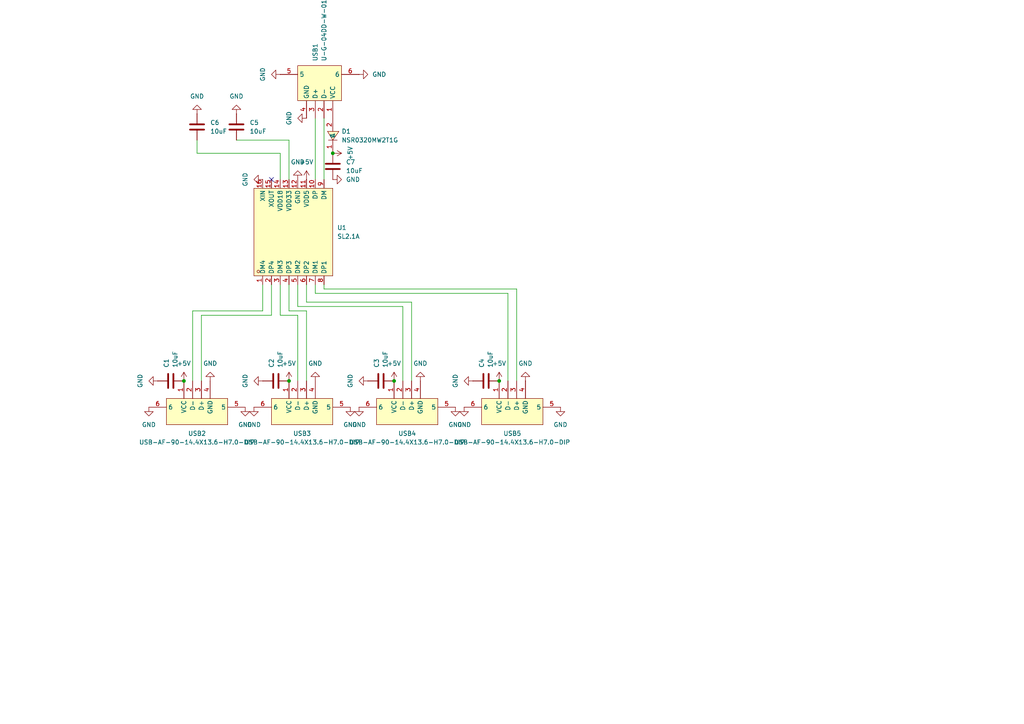
<source format=kicad_sch>
(kicad_sch (version 20231120) (generator "eeschema") (generator_version "8.0")
  (paper "A4")
  (lib_symbols
    (symbol "Device:C" (pin_numbers hide) (pin_names (offset 0.254))
      (property "Reference" "C" (at 0.635 2.54 0))
      (property "Value" "C" (at 0.635 -2.54 0))
      (symbol "C_0_1"
        (polyline (pts (xy -2.032 -0.762) (xy 2.032 -0.762)) (stroke (width 0.508)))
        (polyline (pts (xy -2.032 0.762) (xy 2.032 0.762)) (stroke (width 0.508)))
      )
      (symbol "C_1_1"
        (pin passive line (at 0 3.81 270) (length 2.794) (name "~") (number "1"))
        (pin passive line (at 0 -3.81 90) (length 2.794) (name "~") (number "2"))
      )
    )
    (symbol "easyeda2kicad:NSR0320MW2T1G"
      (property "Reference" "D" (at 0 5.08 0))
      (property "Value" "NSR0320MW2T1G" (at 0 -5.08 0))
      (symbol "NSR0320MW2T1G_0_1"
        (polyline (pts (xy -1.27 1.27) (xy -1.27 -1.27)))
        (polyline (pts (xy 1.27 1.52) (xy -1.27 0) (xy 1.27 -1.78) (xy 1.27 1.52)) (fill (type background)))
        (pin unspecified line (at -5.08 0 0) (length 3.81) (name "C") (number "1"))
        (pin unspecified line (at 5.08 0 180) (length 3.81) (name "A") (number "2"))
      )
    )
    (symbol "easyeda2kicad:SL2.1A"
      (property "Reference" "U" (at 0 13.97 0))
      (property "Value" "SL2.1A" (at 0 -13.97 0))
      (symbol "SL2.1A_0_1"
        (rectangle (start -12.7 11.43) (end 12.7 -11.43) (fill (type background)))
        (circle (center -11.43 10.16) (radius 0.38))
        (pin unspecified line (at -15.24 8.89 0) (length 2.54) (name "DM4") (number "1"))
        (pin unspecified line (at 15.24 -6.35 180) (length 2.54) (name "DP") (number "10"))
        (pin unspecified line (at 15.24 -3.81 180) (length 2.54) (name "VDD5") (number "11"))
        (pin unspecified line (at 15.24 -1.27 180) (length 2.54) (name "GND") (number "12"))
        (pin unspecified line (at 15.24 1.27 180) (length 2.54) (name "VDD33") (number "13"))
        (pin unspecified line (at 15.24 3.81 180) (length 2.54) (name "VDD18") (number "14"))
        (pin unspecified line (at 15.24 6.35 180) (length 2.54) (name "XOUT") (number "15"))
        (pin unspecified line (at 15.24 8.89 180) (length 2.54) (name "XIN") (number "16"))
        (pin unspecified line (at -15.24 6.35 0) (length 2.54) (name "DP4") (number "2"))
        (pin unspecified line (at -15.24 3.81 0) (length 2.54) (name "DM3") (number "3"))
        (pin unspecified line (at -15.24 1.27 0) (length 2.54) (name "DP3") (number "4"))
        (pin unspecified line (at -15.24 -1.27 0) (length 2.54) (name "DM2") (number "5"))
        (pin unspecified line (at -15.24 -3.81 0) (length 2.54) (name "DP2") (number "6"))
        (pin unspecified line (at -15.24 -6.35 0) (length 2.54) (name "DM1") (number "7"))
        (pin unspecified line (at -15.24 -8.89 0) (length 2.54) (name "DP1") (number "8"))
        (pin unspecified line (at 15.24 -8.89 180) (length 2.54) (name "DM") (number "9"))
      )
    )
    (symbol "easyeda2kicad:U-G-04DD-W-01"
      (property "Reference" "USB" (at 0 16.51 0))
      (property "Value" "U-G-04DD-W-01" (at 0 -16.51 0))
      (symbol "U-G-04DD-W-01_0_1"
        (rectangle (start -8.89 6.35) (end 1.27 -6.35) (fill (type background)))
        (pin unspecified line (at 6.35 3.81 180) (length 5.08) (name "VCC") (number "1"))
        (pin unspecified line (at 6.35 1.27 180) (length 5.08) (name "D-") (number "2"))
        (pin unspecified line (at 6.35 -1.27 180) (length 5.08) (name "D+") (number "3"))
        (pin unspecified line (at 6.35 -3.81 180) (length 5.08) (name "GND") (number "4"))
        (pin unspecified line (at -6.35 -11.43 90) (length 5.08) (name "5") (number "5"))
        (pin unspecified line (at -6.35 11.43 270) (length 5.08) (name "6") (number "6"))
      )
    )
    (symbol "easyeda2kicad:USB-AF-90-14.4X13.6-H7.0-DIP"
      (property "Reference" "USB" (at 0 7.62 0))
      (property "Value" "USB-AF-90-14.4X13.6-H7.0-DIP" (at 0 -10.16 0))
      (symbol "USB-AF-90-14.4X13.6-H7.0-DIP_0_1"
        (rectangle (start -7.62 7.62) (end 10.16 0) (fill (type background)))
        (pin unspecified line (at 5.08 -5.08 90) (length 5.08) (name "VCC") (number "1"))
        (pin unspecified line (at 2.54 -5.08 90) (length 5.08) (name "D-") (number "2"))
        (pin unspecified line (at 0 -5.08 90) (length 5.08) (name "D+") (number "3"))
        (pin unspecified line (at -2.54 -5.08 90) (length 5.08) (name "GND") (number "4"))
        (pin unspecified line (at -12.7 2.54 0) (length 5.08) (name "5") (number "5"))
        (pin unspecified line (at 15.24 2.54 180) (length 5.08) (name "6") (number "6"))
      )
    )
    (symbol "power:+5V" (power) (pin_numbers hide) (pin_names (offset 0) hide)
      (property "Value" "+5V" (at 0 3.556 0))
      (symbol "+5V_0_1"
        (polyline (pts (xy -0.762 1.27) (xy 0 2.54)))
        (polyline (pts (xy 0 0) (xy 0 2.54)))
        (polyline (pts (xy 0 2.54) (xy 0.762 1.27)))
      )
      (symbol "+5V_1_1"
        (pin power_in line (at 0 0 90) (length 0) (name "~") (number "1"))
      )
    )
    (symbol "power:GND" (power) (pin_numbers hide) (pin_names (offset 0) hide)
      (property "Value" "GND" (at 0 -3.81 0))
      (symbol "GND_0_1"
        (polyline (pts (xy 0 0) (xy 0 -1.27) (xy 1.27 -1.27) (xy 0 -2.54) (xy -1.27 -1.27) (xy 0 -1.27)))
      )
      (symbol "GND_1_1"
        (pin power_in line (at 0 0 270) (length 0) (name "~") (number "1"))
      )
    )
  )
  (junction (at 114.3 110.49))
  (junction (at 144.78 110.49))
  (junction (at 96.52 44.45))
  (junction (at 83.82 110.49))
  (junction (at 53.34 110.49))
  (no_connect (at 78.74 52.07))
  (wire (pts (xy 149.86 83.82) (xy 149.86 110.49)))
  (wire (pts (xy 83.82 40.64) (xy 83.82 52.07)))
  (wire (pts (xy 88.9 110.49) (xy 88.9 90.17)))
  (wire (pts (xy 116.84 88.9) (xy 86.36 88.9)))
  (wire (pts (xy 88.9 82.55) (xy 88.9 87.63)))
  (wire (pts (xy 58.42 91.44) (xy 58.42 110.49)))
  (wire (pts (xy 55.88 90.17) (xy 76.2 90.17)))
  (wire (pts (xy 86.36 91.44) (xy 81.28 91.44)))
  (wire (pts (xy 81.28 44.45) (xy 57.15 44.45)))
  (wire (pts (xy 91.44 82.55) (xy 91.44 85.09)))
  (wire (pts (xy 83.82 90.17) (xy 83.82 82.55)))
  (wire (pts (xy 88.9 87.63) (xy 119.38 87.63)))
  (wire (pts (xy 76.2 90.17) (xy 76.2 82.55)))
  (wire (pts (xy 93.98 83.82) (xy 149.86 83.82)))
  (wire (pts (xy 88.9 90.17) (xy 83.82 90.17)))
  (wire (pts (xy 93.98 34.29) (xy 93.98 52.07)))
  (wire (pts (xy 86.36 110.49) (xy 86.36 91.44)))
  (wire (pts (xy 78.74 82.55) (xy 78.74 91.44)))
  (wire (pts (xy 119.38 87.63) (xy 119.38 110.49)))
  (wire (pts (xy 91.44 34.29) (xy 91.44 52.07)))
  (wire (pts (xy 55.88 110.49) (xy 55.88 90.17)))
  (wire (pts (xy 93.98 82.55) (xy 93.98 83.82)))
  (wire (pts (xy 78.74 91.44) (xy 58.42 91.44)))
  (wire (pts (xy 81.28 52.07) (xy 81.28 44.45)))
  (wire (pts (xy 68.58 40.64) (xy 83.82 40.64)))
  (wire (pts (xy 57.15 40.64) (xy 57.15 44.45)))
  (wire (pts (xy 81.28 82.55) (xy 81.28 91.44)))
  (wire (pts (xy 86.36 82.55) (xy 86.36 88.9)))
  (wire (pts (xy 147.32 85.09) (xy 91.44 85.09)))
  (wire (pts (xy 116.84 110.49) (xy 116.84 88.9)))
  (wire (pts (xy 147.32 110.49) (xy 147.32 85.09)))
  (symbol (lib_id "power:GND") (at 73.66 118.11 0) (unit 1)
    (property "Reference" "#PWR011" (effects (hide yes)))
    (property "Value" "GND" (at 73.66 123.19 0))
    (property "Description" "Power symbol creates a global label with name \"GND\" , ground" (effects (hide yes)))
  )
  (symbol (lib_id "easyeda2kicad:USB-AF-90-14.4X13.6-H7.0-DIP") (at 88.9 115.57 180) (unit 1)
    (property "Reference" "USB3" (at 87.63 125.73 0))
    (property "Value" "USB-AF-90-14.4X13.6-H7.0-DIP" (at 87.63 128.27 0))
    (property "Footprint" "easyeda2kicad:USB-A-TH_C46407" (effects (hide yes)))
    (property "Datasheet" "https://lcsc.com/product-detail/USB-Connectors_A-F90-White-plastic-Not-high-temperature_C46407.html" (effects (hide yes)))
    (property "LCSC Part" "C46407" (effects (hide yes)))
  )
  (symbol (lib_id "power:GND") (at 76.2 52.07 270) (unit 1)
    (property "Reference" "#PWR023" (effects (hide yes)))
    (property "Value" "GND" (at 71.12 52.07 0))
    (property "Description" "Power symbol creates a global label with name \"GND\" , ground" (effects (hide yes)))
  )
  (symbol (lib_id "power:+5V") (at 88.9 52.07 0) (unit 1)
    (property "Reference" "#PWR04" (effects (hide yes)))
    (property "Value" "+5V" (at 88.9 46.99 0))
    (property "Description" "Power symbol creates a global label with name \"+5V\"" (effects (hide yes)))
  )
  (symbol (lib_id "Device:C") (at 110.49 110.49 90) (unit 1)
    (property "Reference" "C3" (at 109.2199 106.68 0) (effects (justify left)))
    (property "Value" "10uF" (at 111.7599 106.68 0) (effects (justify left)))
    (property "Footprint" "Capacitor_SMD:C_0603_1608Metric" (effects (hide yes)))
    (property "Description" "Unpolarized capacitor" (effects (hide yes)))
    (property "LCSC" "C19702" (effects (hide yes)))
  )
  (symbol (lib_id "power:GND") (at 134.62 118.11 0) (unit 1)
    (property "Reference" "#PWR07" (effects (hide yes)))
    (property "Value" "GND" (at 134.62 123.19 0))
    (property "Description" "Power symbol creates a global label with name \"GND\" , ground" (effects (hide yes)))
  )
  (symbol (lib_id "easyeda2kicad:NSR0320MW2T1G") (at 96.52 39.37 90) (unit 1)
    (property "Reference" "D1" (at 99.06 38.0999 90) (effects (justify right)))
    (property "Value" "NSR0320MW2T1G" (at 99.06 40.6399 90) (effects (justify right)))
    (property "Footprint" "easyeda2kicad:SOD-323_L1.8-W1.3-LS2.5-RD" (effects (hide yes)))
    (property "Datasheet" "https://lcsc.com/product-detail/Schottky-Barrier-Diodes-SBD_ON_NSR0320MW2T1G_NSR0320MW2T1G_C48192.html" (effects (hide yes)))
    (property "LCSC Part" "C48192" (effects (hide yes)))
  )
  (symbol (lib_id "power:GND") (at 104.14 118.11 0) (unit 1)
    (property "Reference" "#PWR09" (effects (hide yes)))
    (property "Value" "GND" (at 104.14 123.19 0))
    (property "Description" "Power symbol creates a global label with name \"GND\" , ground" (effects (hide yes)))
  )
  (symbol (lib_id "power:GND") (at 81.28 21.59 270) (unit 1)
    (property "Reference" "#PWR05" (effects (hide yes)))
    (property "Value" "GND" (at 76.2 21.59 0))
    (property "Description" "Power symbol creates a global label with name \"GND\" , ground" (effects (hide yes)))
  )
  (symbol (lib_id "power:+5V") (at 144.78 110.49 0) (unit 1)
    (property "Reference" "#PWR019" (effects (hide yes)))
    (property "Value" "+5V" (at 144.78 105.41 0))
    (property "Description" "Power symbol creates a global label with name \"+5V\"" (effects (hide yes)))
  )
  (symbol (lib_id "power:+5V") (at 53.34 110.49 0) (unit 1)
    (property "Reference" "#PWR022" (effects (hide yes)))
    (property "Value" "+5V" (at 53.34 105.41 0))
    (property "Description" "Power symbol creates a global label with name \"+5V\"" (effects (hide yes)))
  )
  (symbol (lib_id "power:GND") (at 57.15 33.02 180) (unit 1)
    (property "Reference" "#PWR025" (effects (hide yes)))
    (property "Value" "GND" (at 57.15 27.94 0))
    (property "Description" "Power symbol creates a global label with name \"GND\" , ground" (effects (hide yes)))
  )
  (symbol (lib_id "Device:C") (at 80.01 110.49 90) (unit 1)
    (property "Reference" "C2" (at 78.7399 106.68 0) (effects (justify left)))
    (property "Value" "10uF" (at 81.2799 106.68 0) (effects (justify left)))
    (property "Footprint" "Capacitor_SMD:C_0603_1608Metric" (effects (hide yes)))
    (property "Description" "Unpolarized capacitor" (effects (hide yes)))
    (property "LCSC" "C19702" (effects (hide yes)))
  )
  (symbol (lib_id "power:GND") (at 76.2 110.49 270) (unit 1)
    (property "Reference" "#PWR029" (effects (hide yes)))
    (property "Value" "GND" (at 71.12 110.49 0))
    (property "Description" "Power symbol creates a global label with name \"GND\" , ground" (effects (hide yes)))
  )
  (symbol (lib_id "power:GND") (at 106.68 110.49 270) (unit 1)
    (property "Reference" "#PWR030" (effects (hide yes)))
    (property "Value" "GND" (at 101.6 110.49 0))
    (property "Description" "Power symbol creates a global label with name \"GND\" , ground" (effects (hide yes)))
  )
  (symbol (lib_id "power:GND") (at 132.08 118.11 0) (unit 1)
    (property "Reference" "#PWR010" (effects (hide yes)))
    (property "Value" "GND" (at 132.08 123.19 0))
    (property "Description" "Power symbol creates a global label with name \"GND\" , ground" (effects (hide yes)))
  )
  (symbol (lib_id "power:GND") (at 86.36 52.07 180) (unit 1)
    (property "Reference" "#PWR03" (effects (hide yes)))
    (property "Value" "GND" (at 86.36 46.99 0))
    (property "Description" "Power symbol creates a global label with name \"GND\" , ground" (effects (hide yes)))
  )
  (symbol (lib_id "Device:C") (at 140.97 110.49 90) (unit 1)
    (property "Reference" "C4" (at 139.6999 106.68 0) (effects (justify left)))
    (property "Value" "10uF" (at 142.2399 106.68 0) (effects (justify left)))
    (property "Footprint" "Capacitor_SMD:C_0603_1608Metric" (effects (hide yes)))
    (property "Description" "Unpolarized capacitor" (effects (hide yes)))
    (property "LCSC" "C19702" (effects (hide yes)))
  )
  (symbol (lib_id "easyeda2kicad:USB-AF-90-14.4X13.6-H7.0-DIP") (at 58.42 115.57 180) (unit 1)
    (property "Reference" "USB2" (at 57.15 125.73 0))
    (property "Value" "USB-AF-90-14.4X13.6-H7.0-DIP" (at 57.15 128.27 0))
    (property "Footprint" "easyeda2kicad:USB-A-TH_C46407" (effects (hide yes)))
    (property "Datasheet" "https://lcsc.com/product-detail/USB-Connectors_A-F90-White-plastic-Not-high-temperature_C46407.html" (effects (hide yes)))
    (property "LCSC Part" "C46407" (effects (hide yes)))
  )
  (symbol (lib_id "power:GND") (at 101.6 118.11 0) (unit 1)
    (property "Reference" "#PWR012" (effects (hide yes)))
    (property "Value" "GND" (at 101.6 123.19 0))
    (property "Description" "Power symbol creates a global label with name \"GND\" , ground" (effects (hide yes)))
  )
  (symbol (lib_id "power:GND") (at 152.4 110.49 180) (unit 1)
    (property "Reference" "#PWR018" (effects (hide yes)))
    (property "Value" "GND" (at 152.4 105.41 0))
    (property "Description" "Power symbol creates a global label with name \"GND\" , ground" (effects (hide yes)))
  )
  (symbol (lib_id "power:GND") (at 91.44 110.49 180) (unit 1)
    (property "Reference" "#PWR016" (effects (hide yes)))
    (property "Value" "GND" (at 91.44 105.41 0))
    (property "Description" "Power symbol creates a global label with name \"GND\" , ground" (effects (hide yes)))
  )
  (symbol (lib_id "easyeda2kicad:USB-AF-90-14.4X13.6-H7.0-DIP") (at 149.86 115.57 180) (unit 1)
    (property "Reference" "USB5" (at 148.59 125.73 0))
    (property "Value" "USB-AF-90-14.4X13.6-H7.0-DIP" (at 148.59 128.27 0))
    (property "Footprint" "easyeda2kicad:USB-A-TH_C46407" (effects (hide yes)))
    (property "Datasheet" "https://lcsc.com/product-detail/USB-Connectors_A-F90-White-plastic-Not-high-temperature_C46407.html" (effects (hide yes)))
    (property "LCSC Part" "C46407" (effects (hide yes)))
  )
  (symbol (lib_id "power:GND") (at 104.14 21.59 90) (unit 1)
    (property "Reference" "#PWR06" (effects (hide yes)))
    (property "Value" "GND" (at 107.95 21.5899 90) (effects (justify right)))
    (property "Description" "Power symbol creates a global label with name \"GND\" , ground" (effects (hide yes)))
  )
  (symbol (lib_id "power:+5V") (at 83.82 110.49 0) (unit 1)
    (property "Reference" "#PWR021" (effects (hide yes)))
    (property "Value" "+5V" (at 83.82 105.41 0))
    (property "Description" "Power symbol creates a global label with name \"+5V\"" (effects (hide yes)))
  )
  (symbol (lib_id "power:GND") (at 121.92 110.49 180) (unit 1)
    (property "Reference" "#PWR017" (effects (hide yes)))
    (property "Value" "GND" (at 121.92 105.41 0))
    (property "Description" "Power symbol creates a global label with name \"GND\" , ground" (effects (hide yes)))
  )
  (symbol (lib_id "easyeda2kicad:USB-AF-90-14.4X13.6-H7.0-DIP") (at 119.38 115.57 180) (unit 1)
    (property "Reference" "USB4" (at 118.11 125.73 0))
    (property "Value" "USB-AF-90-14.4X13.6-H7.0-DIP" (at 118.11 128.27 0))
    (property "Footprint" "easyeda2kicad:USB-A-TH_C46407" (effects (hide yes)))
    (property "Datasheet" "https://lcsc.com/product-detail/USB-Connectors_A-F90-White-plastic-Not-high-temperature_C46407.html" (effects (hide yes)))
    (property "LCSC Part" "C46407" (effects (hide yes)))
  )
  (symbol (lib_id "Device:C") (at 96.52 48.26 0) (unit 1)
    (property "Reference" "C7" (at 100.33 46.9899 0) (effects (justify left)))
    (property "Value" "10uF" (at 100.33 49.5299 0) (effects (justify left)))
    (property "Footprint" "Capacitor_SMD:C_0603_1608Metric" (effects (hide yes)))
    (property "Description" "Unpolarized capacitor" (effects (hide yes)))
    (property "LCSC" "C19702" (effects (hide yes)))
  )
  (symbol (lib_id "power:GND") (at 162.56 118.11 0) (unit 1)
    (property "Reference" "#PWR08" (effects (hide yes)))
    (property "Value" "GND" (at 162.56 123.19 0))
    (property "Description" "Power symbol creates a global label with name \"GND\" , ground" (effects (hide yes)))
  )
  (symbol (lib_id "power:GND") (at 88.9 34.29 270) (unit 1)
    (property "Reference" "#PWR02" (effects (hide yes)))
    (property "Value" "GND" (at 83.82 34.29 0))
    (property "Description" "Power symbol creates a global label with name \"GND\" , ground" (effects (hide yes)))
  )
  (symbol (lib_id "power:GND") (at 71.12 118.11 0) (unit 1)
    (property "Reference" "#PWR014" (effects (hide yes)))
    (property "Value" "GND" (at 71.12 123.19 0))
    (property "Description" "Power symbol creates a global label with name \"GND\" , ground" (effects (hide yes)))
  )
  (symbol (lib_id "easyeda2kicad:U-G-04DD-W-01") (at 92.71 27.94 270) (unit 1)
    (property "Reference" "USB1" (at 91.4399 17.78 0) (effects (justify right)))
    (property "Value" "U-G-04DD-W-01" (at 93.9799 17.78 0) (effects (justify right)))
    (property "Footprint" "easyeda2kicad:USB-A-TH_U-G-04WD-W-01" (effects (hide yes)))
    (property "Datasheet" "https://lcsc.com/product-detail/USB-Connectors_USBConnector-900-Board-Iron-feet-tray_C98125.html" (effects (hide yes)))
    (property "LCSC Part" "C98125" (effects (hide yes)))
  )
  (symbol (lib_id "power:GND") (at 137.16 110.49 270) (unit 1)
    (property "Reference" "#PWR027" (effects (hide yes)))
    (property "Value" "GND" (at 132.08 110.49 0))
    (property "Description" "Power symbol creates a global label with name \"GND\" , ground" (effects (hide yes)))
  )
  (symbol (lib_id "power:GND") (at 45.72 110.49 270) (unit 1)
    (property "Reference" "#PWR028" (effects (hide yes)))
    (property "Value" "GND" (at 40.64 110.49 0))
    (property "Description" "Power symbol creates a global label with name \"GND\" , ground" (effects (hide yes)))
  )
  (symbol (lib_id "Device:C") (at 68.58 36.83 0) (unit 1)
    (property "Reference" "C5" (at 72.39 35.5599 0) (effects (justify left)))
    (property "Value" "10uF" (at 72.39 38.0999 0) (effects (justify left)))
    (property "Footprint" "Capacitor_SMD:C_0603_1608Metric" (effects (hide yes)))
    (property "Description" "Unpolarized capacitor" (effects (hide yes)))
    (property "LCSC" "C19702" (effects (hide yes)))
  )
  (symbol (lib_id "Device:C") (at 49.53 110.49 90) (unit 1)
    (property "Reference" "C1" (at 48.2599 106.68 0) (effects (justify left)))
    (property "Value" "10uF" (at 50.7999 106.68 0) (effects (justify left)))
    (property "Footprint" "Capacitor_SMD:C_0603_1608Metric" (effects (hide yes)))
    (property "Description" "Unpolarized capacitor" (effects (hide yes)))
    (property "LCSC" "C19702" (effects (hide yes)))
  )
  (symbol (lib_id "power:+5V") (at 96.52 44.45 270) (unit 1)
    (property "Reference" "#PWR01" (effects (hide yes)))
    (property "Value" "+5V" (at 101.6 44.45 0))
    (property "Description" "Power symbol creates a global label with name \"+5V\"" (effects (hide yes)))
  )
  (symbol (lib_id "power:GND") (at 68.58 33.02 180) (unit 1)
    (property "Reference" "#PWR026" (effects (hide yes)))
    (property "Value" "GND" (at 68.58 27.94 0))
    (property "Description" "Power symbol creates a global label with name \"GND\" , ground" (effects (hide yes)))
  )
  (symbol (lib_id "easyeda2kicad:SL2.1A") (at 85.09 67.31 90) (unit 1)
    (property "Reference" "U1" (at 97.79 66.0399 90) (effects (justify right)))
    (property "Value" "SL2.1A" (at 97.79 68.5799 90) (effects (justify right)))
    (property "Footprint" "easyeda2kicad:SOP-16_L10.0-W3.9-P1.27-LS6.0-BL" (effects (hide yes)))
    (property "Datasheet" "https://lcsc.com/product-detail/Others_CoreChips-SL2-1A_C192893.html" (effects (hide yes)))
    (property "LCSC Part" "C192893" (effects (hide yes)))
  )
  (symbol (lib_id "power:+5V") (at 114.3 110.49 0) (unit 1)
    (property "Reference" "#PWR020" (effects (hide yes)))
    (property "Value" "+5V" (at 114.3 105.41 0))
    (property "Description" "Power symbol creates a global label with name \"+5V\"" (effects (hide yes)))
  )
  (symbol (lib_id "power:GND") (at 60.96 110.49 180) (unit 1)
    (property "Reference" "#PWR015" (effects (hide yes)))
    (property "Value" "GND" (at 60.96 105.41 0))
    (property "Description" "Power symbol creates a global label with name \"GND\" , ground" (effects (hide yes)))
  )
  (symbol (lib_id "power:GND") (at 43.18 118.11 0) (unit 1)
    (property "Reference" "#PWR013" (effects (hide yes)))
    (property "Value" "GND" (at 43.18 123.19 0))
    (property "Description" "Power symbol creates a global label with name \"GND\" , ground" (effects (hide yes)))
  )
  (symbol (lib_id "power:GND") (at 96.52 52.07 90) (unit 1)
    (property "Reference" "#PWR024" (effects (hide yes)))
    (property "Value" "GND" (at 100.33 52.0699 90) (effects (justify right)))
    (property "Description" "Power symbol creates a global label with name \"GND\" , ground" (effects (hide yes)))
  )
  (symbol (lib_id "Device:C") (at 57.15 36.83 0) (unit 1)
    (property "Reference" "C6" (at 60.96 35.5599 0) (effects (justify left)))
    (property "Value" "10uF" (at 60.96 38.0999 0) (effects (justify left)))
    (property "Footprint" "Capacitor_SMD:C_0603_1608Metric" (effects (hide yes)))
    (property "Description" "Unpolarized capacitor" (effects (hide yes)))
    (property "LCSC" "C19702" (effects (hide yes)))
  )
)
</source>
